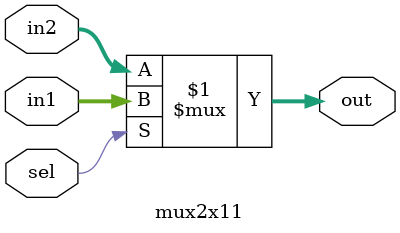
<source format=sv>
module mux2x11#(
    parameter n =4
)(
    input logic [n-1:0] in1,
    input logic [n-1:0] in2,
    input logic sel,
    output logic [n-1:0] out

);

    assign out = sel? in1 : in2;

endmodule : mux2x11
</source>
